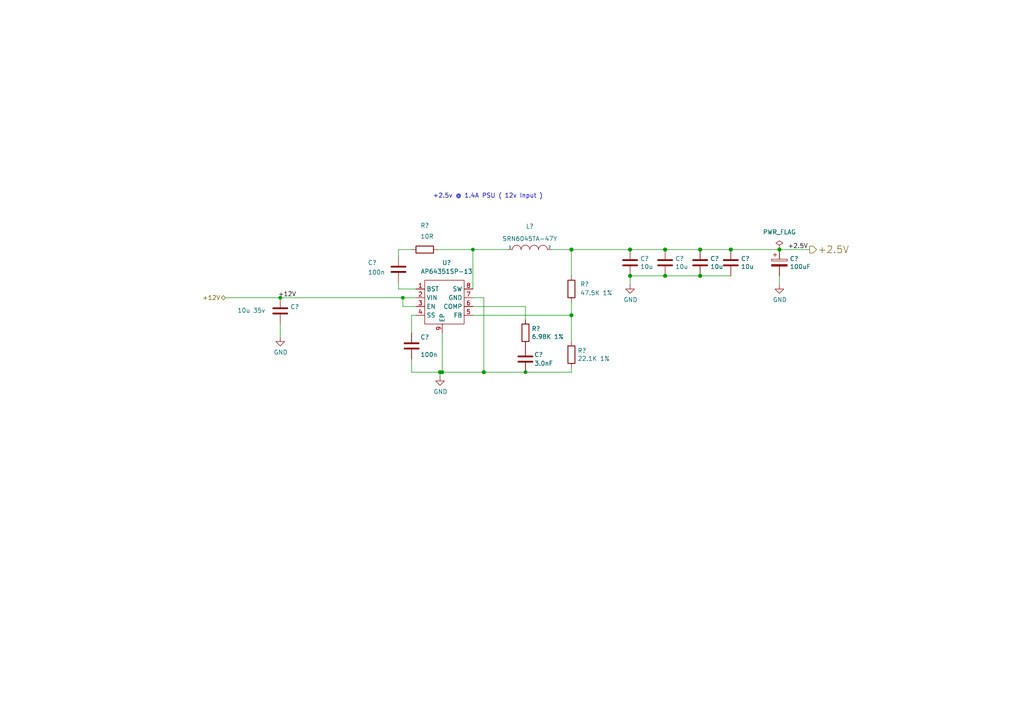
<source format=kicad_sch>
(kicad_sch (version 20210126) (generator eeschema)
  (paper "A4")
  (title_block (title "4pi-TEST") (date "2021-02-13") (rev "1.0") (company "Coxyz LLC"))
  (lib_symbols
    (symbol "CM4IO:AP64351"
      (property "Reference" "U" (at 0 8.89 0))
      (property "Value" "AP64351" (at 1.27 6.35 0))
      (symbol "AP64351_0_1"
        (rectangle (start -5.08 5.08) (end 6.35 -7.62))
      )
      (symbol "AP64351_1_1"
        (pin passive line (at -7.62 2.54 0) (length 2.54) (name "BST") (number "1"))
        (pin power_in line (at -7.62 0 0) (length 2.54) (name "VIN") (number "2"))
        (pin input line (at -7.62 -2.54 0) (length 2.54) (name "EN") (number "3"))
        (pin input line (at -7.62 -5.08 0) (length 2.54) (name "SS") (number "4"))
        (pin input line (at 8.89 -5.08 180) (length 2.54) (name "FB") (number "5"))
        (pin input line (at 8.89 -2.54 180) (length 2.54) (name "COMP") (number "6"))
        (pin power_in line (at 8.89 0 180) (length 2.54) (name "GND") (number "7"))
        (pin output line (at 8.89 2.54 180) (length 2.54) (name "SW") (number "8"))
        (pin passive line (at 0 -10.16 90) (length 2.54) (name "EP") (number "9"))
      )
    )
    (symbol "Device:C" (pin_numbers hide) (pin_names (offset 0.254))
      (property "Reference" "C" (at 0.635 2.54 0))
      (property "Value" "C" (at 0.635 -2.54 0))
      (symbol "C_0_1"
        (polyline (pts (xy -2.032 -0.762) (xy 2.032 -0.762)) (stroke (width 0.508)))
        (polyline (pts (xy -2.032 0.762) (xy 2.032 0.762)) (stroke (width 0.508)))
      )
      (symbol "C_1_1"
        (pin passive line (at 0 3.81 270) (length 2.794) (name "~") (number "1"))
        (pin passive line (at 0 -3.81 90) (length 2.794) (name "~") (number "2"))
      )
    )
    (symbol "Device:CP" (pin_numbers hide) (pin_names (offset 0.254))
      (property "Reference" "C" (at 0.635 2.54 0))
      (property "Value" "CP" (at 0.635 -2.54 0))
      (symbol "CP_0_1"
        (rectangle (start -2.286 0.508) (end 2.286 1.016))
        (rectangle (start 2.286 -0.508) (end -2.286 -1.016) (fill (type outline)))
        (polyline (pts (xy -1.778 2.286) (xy -0.762 2.286)))
        (polyline (pts (xy -1.27 2.794) (xy -1.27 1.778)))
      )
      (symbol "CP_1_1"
        (pin passive line (at 0 3.81 270) (length 2.794) (name "~") (number "1"))
        (pin passive line (at 0 -3.81 90) (length 2.794) (name "~") (number "2"))
      )
    )
    (symbol "Device:R" (pin_numbers hide) (pin_names (offset 0))
      (property "Reference" "R" (at 2.032 0 90))
      (property "Value" "R" (at 0 0 90))
      (symbol "R_0_1"
        (rectangle (start -1.016 -2.54) (end 1.016 2.54) (stroke (width 0.254)))
      )
      (symbol "R_1_1"
        (pin passive line (at 0 3.81 270) (length 1.27) (name "~") (number "1"))
        (pin passive line (at 0 -3.81 90) (length 1.27) (name "~") (number "2"))
      )
    )
    (symbol "power:GND" (power) (pin_names (offset 0))
      (property "Value" "GND" (at 0 -3.81 0))
      (symbol "GND_0_1"
        (polyline (pts (xy 0 0) (xy 0 -1.27) (xy 1.27 -1.27) (xy 0 -2.54) (xy -1.27 -1.27) (xy 0 -1.27)))
      )
      (symbol "GND_1_1"
        (pin power_in line (at 0 0 270) (length 0) hide (name "GND") (number "1"))
      )
    )
    (symbol "power:PWR_FLAG" (power) (pin_numbers hide) (pin_names (offset 0) hide)
      (property "Value" "PWR_FLAG" (at 0 3.81 0))
      (symbol "PWR_FLAG_0_0"
        (pin power_out line (at 0 0 90) (length 0) (name "pwr") (number "1"))
      )
      (symbol "PWR_FLAG_0_1"
        (polyline (pts (xy 0 0) (xy 0 1.27) (xy -1.016 1.905) (xy 0 2.54) (xy 1.016 1.905) (xy 0 1.27)))
      )
    )
    (symbol "pspice:INDUCTOR" (pin_numbers hide) (pin_names (offset 0))
      (property "Reference" "L" (at 0 2.54 0))
      (property "Value" "INDUCTOR" (at 0 -1.27 0))
      (symbol "INDUCTOR_0_1"
        (arc (start -2.54 0) (end -5.08 0) (radius (at -3.81 0) (length 1.27) (angles 0.1 179.9)))
        (arc (start 0 0) (end -2.54 0) (radius (at -1.27 0) (length 1.27) (angles 0.1 179.9)))
        (arc (start 2.54 0) (end 0 0) (radius (at 1.27 0) (length 1.27) (angles 0.1 179.9)))
        (arc (start 5.08 0) (end 2.54 0) (radius (at 3.81 0) (length 1.27) (angles 0.1 179.9)))
      )
      (symbol "INDUCTOR_1_1"
        (pin input line (at -6.35 0 0) (length 1.27) (name "1") (number "1"))
        (pin input line (at 6.35 0 180) (length 1.27) (name "2") (number "2"))
      )
    )
  )
  (junction (at 81.28 86.36) (diameter 0.9144))
  (junction (at 116.84 86.36) (diameter 0.9144))
  (junction (at 127.635 107.95) (diameter 1.016))
  (junction (at 128.27 107.95) (diameter 0.9144))
  (junction (at 137.16 72.39) (diameter 0.9144))
  (junction (at 140.335 107.95) (diameter 1.016))
  (junction (at 152.4 107.95) (diameter 0.9144))
  (junction (at 165.735 72.39) (diameter 1.016))
  (junction (at 165.735 91.44) (diameter 1.016))
  (junction (at 182.753 72.39) (diameter 1.016))
  (junction (at 182.753 80.01) (diameter 1.016))
  (junction (at 192.913 72.39) (diameter 1.016))
  (junction (at 192.913 80.01) (diameter 1.016))
  (junction (at 203.073 72.39) (diameter 1.016))
  (junction (at 203.073 80.01) (diameter 1.016))
  (junction (at 211.963 72.39) (diameter 1.016))
  (junction (at 226.06 72.39) (diameter 1.016))
  (wire (pts (xy 65.405 86.36) (xy 81.28 86.36)))
  (wire (pts (xy 81.28 86.36) (xy 116.84 86.36)))
  (wire (pts (xy 81.28 93.98) (xy 81.28 97.79)))
  (wire (pts (xy 115.57 72.39) (xy 119.38 72.39)))
  (wire (pts (xy 115.57 74.295) (xy 115.57 72.39)))
  (wire (pts (xy 115.57 81.915) (xy 115.57 83.82)))
  (wire (pts (xy 115.57 83.82) (xy 120.65 83.82)))
  (wire (pts (xy 116.84 86.36) (xy 116.84 88.9)))
  (wire (pts (xy 116.84 86.36) (xy 120.65 86.36)))
  (wire (pts (xy 116.84 88.9) (xy 120.65 88.9)))
  (wire (pts (xy 119.38 91.44) (xy 119.38 96.52)))
  (wire (pts (xy 119.38 91.44) (xy 120.65 91.44)))
  (wire (pts (xy 119.38 104.14) (xy 119.38 107.95)))
  (wire (pts (xy 119.38 107.95) (xy 127.635 107.95)))
  (wire (pts (xy 127 72.39) (xy 137.16 72.39)))
  (wire (pts (xy 127.635 107.95) (xy 128.27 107.95)))
  (wire (pts (xy 127.635 109.22) (xy 127.635 107.95)))
  (wire (pts (xy 128.27 96.52) (xy 128.27 107.95)))
  (wire (pts (xy 128.27 107.95) (xy 140.335 107.95)))
  (wire (pts (xy 137.16 72.39) (xy 137.16 83.82)))
  (wire (pts (xy 137.16 72.39) (xy 147.32 72.39)))
  (wire (pts (xy 137.16 86.36) (xy 140.335 86.36)))
  (wire (pts (xy 137.16 88.9) (xy 152.4 88.9)))
  (wire (pts (xy 137.16 91.44) (xy 165.735 91.44)))
  (wire (pts (xy 140.335 86.36) (xy 140.335 107.95)))
  (wire (pts (xy 140.335 107.95) (xy 152.4 107.95)))
  (wire (pts (xy 152.4 92.71) (xy 152.4 88.9)))
  (wire (pts (xy 152.4 107.95) (xy 165.735 107.95)))
  (wire (pts (xy 160.02 72.39) (xy 165.735 72.39)))
  (wire (pts (xy 165.735 72.39) (xy 165.735 80.01)))
  (wire (pts (xy 165.735 72.39) (xy 182.753 72.39)))
  (wire (pts (xy 165.735 87.63) (xy 165.735 91.44)))
  (wire (pts (xy 165.735 91.44) (xy 165.735 99.06)))
  (wire (pts (xy 165.735 107.95) (xy 165.735 106.68)))
  (wire (pts (xy 182.753 80.01) (xy 182.753 82.55)))
  (wire (pts (xy 192.913 72.39) (xy 182.753 72.39)))
  (wire (pts (xy 192.913 72.39) (xy 203.073 72.39)))
  (wire (pts (xy 192.913 80.01) (xy 182.753 80.01)))
  (wire (pts (xy 203.073 80.01) (xy 192.913 80.01)))
  (wire (pts (xy 211.963 72.39) (xy 203.073 72.39)))
  (wire (pts (xy 211.963 72.39) (xy 226.06 72.39)))
  (wire (pts (xy 211.963 80.01) (xy 203.073 80.01)))
  (wire (pts (xy 226.06 72.39) (xy 234.823 72.39)))
  (wire (pts (xy 226.06 80.01) (xy 226.06 82.55)))
  (text "+2.5v @ 1.4A PSU ( 12v Input )" (at 157.48 57.658 180) (effects (font (size 1.27 1.27)) (justify right bottom)))
  (label "+12V" (at 80.645 86.36 0))
  (label "+2.5V" (at 228.473 72.39 0))
  (hierarchical_label "+12V" (shape bidirectional) (at 65.405 86.36 180))
  (hierarchical_label "+2.5V" (shape output) (at 234.823 72.39 0) (effects (font (size 2.007 2.007))))
  (symbol (lib_id "power:PWR_FLAG") (at 226.06 72.39 0)
    (property "Reference" "#FLG?" (effects hide))
    (property "Value" "PWR_FLAG" (at 226.06 67.31 0))
  )
  (symbol (lib_id "power:GND") (at 81.28 97.79 0)
    (property "Reference" "#PWR?" (effects hide))
    (property "Value" "GND" (at 81.407 102.1842 0))
  )
  (symbol (lib_id "power:GND") (at 127.635 109.22 0)
    (property "Reference" "#PWR?" (effects hide))
    (property "Value" "GND" (at 127.762 113.6142 0))
  )
  (symbol (lib_id "power:GND") (at 182.753 82.55 0)
    (property "Reference" "#PWR?" (effects hide))
    (property "Value" "GND" (at 182.88 86.9442 0))
  )
  (symbol (lib_id "power:GND") (at 226.06 82.55 0)
    (property "Reference" "#PWR?" (effects hide))
    (property "Value" "GND" (at 226.187 86.9442 0))
  )
  (symbol (lib_id "Device:R") (at 123.19 72.39 270)
    (property "Reference" "R?" (at 121.92 65.405 90) (effects (justify left)))
    (property "Value" "10R" (at 121.92 68.58 90) (effects (justify left)))
    (property "Footprint" "Resistor_SMD:R_0603_1608Metric" (effects hide))
    (property "Datasheet" "https://www.vishay.com/docs/28773/crcwce3.pdf" (effects hide))
    (property "Special" "1.0" (effects hide))
    (property "Manufacturer" "Vishay Dale" (effects hide))
    (property "Manuf Partno" "CRCW060310R0FKEA" (effects hide))
    (property "Part Description" "RES 10 OHM 1% 1/10W 0603" (effects hide))
  )
  (symbol (lib_id "Device:R") (at 152.4 96.52 0)
    (property "Reference" "R?" (at 154.178 95.3516 0) (effects (justify left)))
    (property "Value" "6.98K 1%" (at 154.178 97.663 0) (effects (justify left)))
    (property "Footprint" "Resistor_SMD:R_0603_1608Metric" (effects hide))
    (property "Datasheet" "https://www.vishay.com/docs/28773/crcwce3.pdf" (effects hide))
    (property "Manufacturer" "Vishay Dale" (effects hide))
    (property "Part Description" "RES 6.98K OHM 1% 1/10W 0603" (effects hide))
    (property "Manuf Partno" "CRCW06036K98FKEA" (effects hide))
  )
  (symbol (lib_id "Device:R") (at 165.735 83.82 0)
    (property "Reference" "R?" (at 168.275 82.423 0) (effects (justify left)))
    (property "Value" "47.5K 1%" (at 168.275 84.963 0) (effects (justify left)))
    (property "Footprint" "Resistor_SMD:R_0603_1608Metric" (effects hide))
    (property "Datasheet" "https://www.vishay.com/docs/28773/crcwce3.pdf" (effects hide))
    (property "Manufacturer" "Vishay Dale" (effects hide))
    (property "Part Description" "RES 47.5K OHM 1% 1/10W 0603" (effects hide))
    (property "Manuf Partno" "CRCW060347K5FKEA" (effects hide))
  )
  (symbol (lib_id "Device:R") (at 165.735 102.87 0)
    (property "Reference" "R?" (at 167.513 101.7016 0) (effects (justify left)))
    (property "Value" "22.1K 1%" (at 167.513 104.013 0) (effects (justify left)))
    (property "Footprint" "Resistor_SMD:R_0603_1608Metric" (effects hide))
    (property "Datasheet" "https://www.vishay.com/docs/28773/crcwce3.pdf" (effects hide))
    (property "Manufacturer" "Vishay Dale" (effects hide))
    (property "Part Description" "RES 22.1K OHM 1% 1/10W 0603" (effects hide))
    (property "Manuf Partno" "CRCW060322K1FKEA" (effects hide))
  )
  (symbol (lib_id "pspice:INDUCTOR") (at 153.67 72.39 0)
    (property "Reference" "L?" (at 153.67 65.659 0))
    (property "Value" "SRN6045TA-47Y" (at 153.67 69.24 0))
    (property "Footprint" "Inductor_SMD:L_Bourns_SRN6045TA" (effects hide))
    (property "Datasheet" "http://www.farnell.com/datasheets/2647414.pdf" (effects hide))
    (property "Manufacturer" "Bourns" (effects hide))
    (property "Part Description" "Power Inductor (SMD), 4.7 µH, 4.5 A, Semishielded" (effects hide))
    (property "Manuf Partno" "SRN6045TA-4R7M" (effects hide))
  )
  (symbol (lib_id "Device:C") (at 81.28 90.17 0)
    (property "Reference" "C?" (at 84.201 89.0016 0) (effects (justify left)))
    (property "Value" "10u 35v" (at 68.834 90.043 0) (effects (justify left)))
    (property "Footprint" "Capacitor_SMD:C_0805_2012Metric" (effects hide))
    (property "Datasheet" "http://www.samsungsem.com/kr/support/product-search/mlcc/CL21A106KOQNNWE.jsp" (effects hide))
    (property "Manufacturer" "Samsung Electro-Mechanics" (effects hide))
    (property "Part Description" "10µF ±10% 16V Ceramic Capacitor X5R 0805 (2012 Metric)" (effects hide))
    (property "Manuf Partno" "CL21A106KOQNNWE" (effects hide))
  )
  (symbol (lib_id "Device:C") (at 115.57 78.105 0)
    (property "Reference" "C?" (at 106.68 76.2 0) (effects (justify left)))
    (property "Value" "100n" (at 106.68 78.994 0) (effects (justify left)))
    (property "Footprint" "Capacitor_SMD:C_0603_1608Metric" (effects hide))
    (property "Datasheet" "http://www.samsungsem.com/kr/support/product-search/mlcc/CL10B104KB8NNNC.jsp" (effects hide))
    (property "Manufacturer" "Samsung Electro-Mechanic" (effects hide))
    (property "Part Description" "0.1µF ±10% 50V Ceramic Capacitor X7R 0603 (1608 Metric)" (effects hide))
    (property "Manuf Partno" "CL10B104KB8NNNC" (effects hide))
  )
  (symbol (lib_id "Device:C") (at 119.38 100.33 0)
    (property "Reference" "C?" (at 121.92 97.79 0) (effects (justify left)))
    (property "Value" "100n" (at 121.92 102.87 0) (effects (justify left)))
    (property "Footprint" "Capacitor_SMD:C_0603_1608Metric" (effects hide))
    (property "Datasheet" "http://www.samsungsem.com/kr/support/product-search/mlcc/CL10B104KB8NNNC.jsp" (effects hide))
    (property "Manufacturer" "Samsung Electro-Mechanic" (effects hide))
    (property "Part Description" "0.1µF ±10% 50V Ceramic Capacitor X7R 0603 (1608 Metric)" (effects hide))
    (property "Manuf Partno" "CL10B104KB8NNNC" (effects hide))
  )
  (symbol (lib_id "Device:C") (at 152.4 104.14 0)
    (property "Reference" "C?" (at 154.94 102.87 0) (effects (justify left)))
    (property "Value" "3.0nF" (at 154.94 105.41 0) (effects (justify left)))
    (property "Footprint" "Capacitor_SMD:C_0603_1608Metric" (effects hide))
    (property "Datasheet" "http://datasheets.avx.com/X7RDielectric.pdf" (effects hide))
    (property "Manufacturer" "AVX Corp" (effects hide))
    (property "Part Description" "3200pF ±10% 100V Ceramic Capacitor X7R 0603 (1608 Metric)" (effects hide))
    (property "Manuf Partno" "06031C322KAT2A" (effects hide))
  )
  (symbol (lib_id "Device:C") (at 182.753 76.2 0)
    (property "Reference" "C?" (at 185.674 75.0316 0) (effects (justify left)))
    (property "Value" "10u" (at 185.674 77.343 0) (effects (justify left)))
    (property "Footprint" "Capacitor_SMD:C_0603_1608Metric" (effects hide))
    (property "Datasheet" "http://www.samsungsem.com/kr/support/product-search/mlcc/CL21B106KPQNNNE.jsp" (effects hide))
    (property "Manufacturer" "Samsung Electro-Mechanic" (effects hide))
    (property "Part Description" "10µF ±10% 10V Ceramic Capacitor X7R 0805 (2012 Metric)" (effects hide))
    (property "Manuf Partno" "CL21B106KPQNNNE" (effects hide))
  )
  (symbol (lib_id "Device:C") (at 192.913 76.2 0)
    (property "Reference" "C?" (at 195.834 75.0316 0) (effects (justify left)))
    (property "Value" "10u" (at 195.834 77.343 0) (effects (justify left)))
    (property "Footprint" "Capacitor_SMD:C_0603_1608Metric" (effects hide))
    (property "Datasheet" "http://www.samsungsem.com/kr/support/product-search/mlcc/CL21B106KPQNNNE.jsp" (effects hide))
    (property "Manufacturer" "Samsung Electro-Mechanic" (effects hide))
    (property "Part Description" "10µF ±10% 10V Ceramic Capacitor X7R 0805 (2012 Metric)" (effects hide))
    (property "Manuf Partno" "CL21B106KPQNNNE" (effects hide))
  )
  (symbol (lib_id "Device:C") (at 203.073 76.2 0)
    (property "Reference" "C?" (at 205.994 75.0316 0) (effects (justify left)))
    (property "Value" "10u" (at 205.994 77.343 0) (effects (justify left)))
    (property "Footprint" "Capacitor_SMD:C_0603_1608Metric" (effects hide))
    (property "Datasheet" "http://www.samsungsem.com/kr/support/product-search/mlcc/CL21B106KPQNNNE.jsp" (effects hide))
    (property "Manufacturer" "Samsung Electro-Mechanic" (effects hide))
    (property "Part Description" "10µF ±10% 10V Ceramic Capacitor X7R 0805 (2012 Metric)" (effects hide))
    (property "Manuf Partno" "CL21B106KPQNNNE" (effects hide))
  )
  (symbol (lib_id "Device:C") (at 211.963 76.2 0)
    (property "Reference" "C?" (at 214.884 75.0316 0) (effects (justify left)))
    (property "Value" "10u" (at 214.884 77.343 0) (effects (justify left)))
    (property "Footprint" "Capacitor_SMD:C_0603_1608Metric" (effects hide))
    (property "Datasheet" "http://www.samsungsem.com/kr/support/product-search/mlcc/CL21B106KPQNNNE.jsp" (effects hide))
    (property "Manufacturer" "Samsung Electro-Mechanic" (effects hide))
    (property "Part Description" "10µF ±10% 10V Ceramic Capacitor X7R 0805 (2012 Metric)" (effects hide))
    (property "Manuf Partno" "CL21B106KPQNNNE" (effects hide))
  )
  (symbol (lib_id "Device:CP") (at 226.06 76.2 0)
    (property "Reference" "C?" (at 229.0572 75.057 0) (effects (justify left)))
    (property "Value" "100uF" (at 229.0572 77.343 0) (effects (justify left)))
    (property "Footprint" "Capacitor_Tantalum_SMD:CP_EIA-7343-31_Kemet-D" (effects hide))
    (property "Datasheet" "http://datasheets.avx.com/TPS.pdf" (effects hide))
    (property "Part Description" "100µF Molded Tantalum Cap 10V 2917 (7343 Metric) 50mOhm" (effects hide))
    (property "Manufacturer" "AVX Corp" (effects hide))
    (property "Manuf Partno" "TPSD107K010R0050" (effects hide))
  )
  (symbol (lib_id "CM4IO:AP64351") (at 128.27 86.36 0)
    (property "Reference" "U?" (at 129.54 76.2 0))
    (property "Value" "AP64351SP-13" (at 129.54 78.74 0))
    (property "Footprint" "Package_SO:SOIC-8-1EP_3.9x4.9mm_P1.27mm_EP2.95x4.9mm_Mask2.71x3.4mm_ThermalVias" (effects hide))
    (property "Datasheet" "https://4donline.ihs.com/images/VipMasterIC/IC/DIOD/DIOD-S-A0009073026/DIOD-S-A0009073026-1.pdf?hkey=6D3A4C79FDBF58556ACFDE234799DDF0" (effects hide))
    (property "Special" "1.0" (effects hide))
    (property "Manufacturer" "Diodes Inc" (effects hide))
    (property "Manuf Partno" "AP64351SP-13 " (effects hide))
    (property "Part Description" "DC/DC Converter, Synchronous Buck, 3.5 Amp, 8-SOIC, 85Deg C" (effects hide))
  )
)
</source>
